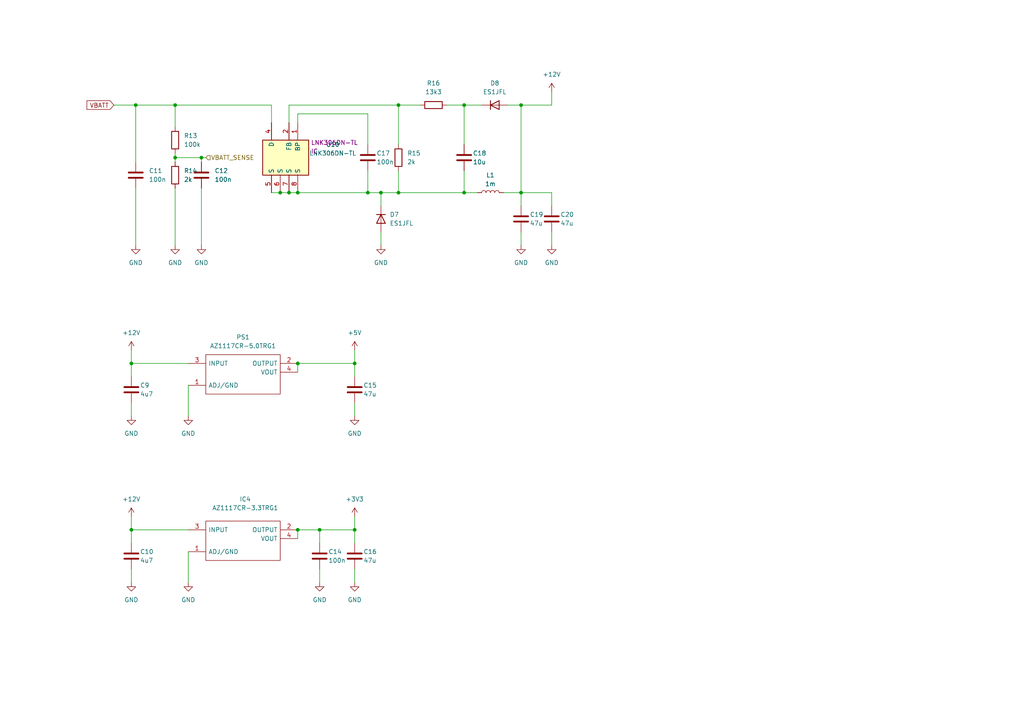
<source format=kicad_sch>
(kicad_sch (version 20211123) (generator eeschema)
  (paper "A4")
  (lib_symbols
    (symbol "Device:C" (pin_numbers hide) (pin_names (offset 0.254))
      (property "Reference" "C" (at 0.635 2.54 0))
      (property "Value" "C" (at 0.635 -2.54 0))
      (symbol "C_0_1"
        (polyline (pts (xy -2.032 -0.762) (xy 2.032 -0.762)) (stroke (width 0.508)))
        (polyline (pts (xy -2.032 0.762) (xy 2.032 0.762)) (stroke (width 0.508)))
      )
      (symbol "C_1_1"
        (pin passive line (at 0 3.81 270) (length 2.794) (name "~") (number "1"))
        (pin passive line (at 0 -3.81 90) (length 2.794) (name "~") (number "2"))
      )
    )
    (symbol "Device:D" (pin_numbers hide) (pin_names (offset 1.016) hide)
      (property "Reference" "D" (at 0 2.54 0))
      (property "Value" "D" (at 0 -2.54 0))
      (symbol "D_0_1"
        (polyline (pts (xy -1.27 1.27) (xy -1.27 -1.27)) (stroke (width 0.254)))
        (polyline (pts (xy 1.27 0) (xy -1.27 0)))
        (polyline (pts (xy 1.27 1.27) (xy 1.27 -1.27) (xy -1.27 0) (xy 1.27 1.27)) (stroke (width 0.254)))
      )
      (symbol "D_1_1"
        (pin passive line (at -3.81 0 0) (length 2.54) (name "K") (number "1"))
        (pin passive line (at 3.81 0 180) (length 2.54) (name "A") (number "2"))
      )
    )
    (symbol "Device:L" (pin_numbers hide) (pin_names (offset 1.016) hide)
      (property "Reference" "L" (at -1.27 0 90))
      (property "Value" "L" (at 1.905 0 90))
      (symbol "L_0_1"
        (arc (start 0 -2.54) (mid 0.635 -1.905) (end 0 -1.27))
        (arc (start 0 -1.27) (mid 0.635 -0.635) (end 0 0))
        (arc (start 0 0) (mid 0.635 0.635) (end 0 1.27))
        (arc (start 0 1.27) (mid 0.635 1.905) (end 0 2.54))
      )
      (symbol "L_1_1"
        (pin passive line (at 0 3.81 270) (length 1.27) (name "1") (number "1"))
        (pin passive line (at 0 -3.81 90) (length 1.27) (name "2") (number "2"))
      )
    )
    (symbol "Device:R" (pin_numbers hide) (pin_names (offset 0))
      (property "Reference" "R" (at 2.032 0 90))
      (property "Value" "R" (at 0 0 90))
      (symbol "R_0_1"
        (rectangle (start -1.016 -2.54) (end 1.016 2.54) (stroke (width 0.254)))
      )
      (symbol "R_1_1"
        (pin passive line (at 0 3.81 270) (length 1.27) (name "~") (number "1"))
        (pin passive line (at 0 -3.81 90) (length 1.27) (name "~") (number "2"))
      )
    )
    (symbol "MAG_LDO_Regulators:AZ1117CR-3.3TRG1" (pin_names (offset 0.762))
      (property "Reference" "IC" (at 29.21 7.62 0))
      (property "Value" "AZ1117CR-3.3TRG1" (at 29.21 5.08 0))
      (symbol "AZ1117CR-3.3TRG1_0_0"
        (pin passive line (at 0 -7.62 0) (length 5.08) (name "ADJ/GND") (number "1"))
        (pin passive line (at 31.75 -1.27 180) (length 5.08) (name "OUTPUT") (number "2"))
        (pin passive line (at 0 -1.27 0) (length 5.08) (name "INPUT") (number "3"))
        (pin passive line (at 31.75 -3.81 180) (length 5.08) (name "VOUT") (number "4"))
      )
      (symbol "AZ1117CR-3.3TRG1_0_1"
        (polyline (pts (xy 5.08 1.27) (xy 26.67 1.27) (xy 26.67 -10.16) (xy 5.08 -10.16) (xy 5.08 1.27)) (stroke (width 0.1524)))
      )
    )
    (symbol "MAG_LDO_Regulators:AZ1117CR-5.0TRG1" (pin_names (offset 0.762))
      (property "Reference" "PS" (at 29.21 7.62 0))
      (property "Value" "AZ1117CR-5.0TRG1" (at 29.21 5.08 0))
      (symbol "AZ1117CR-5.0TRG1_0_0"
        (pin passive line (at 0 -6.35 0) (length 5.08) (name "ADJ/GND") (number "1"))
        (pin passive line (at 31.75 0 180) (length 5.08) (name "OUTPUT") (number "2"))
        (pin passive line (at 0 0 0) (length 5.08) (name "INPUT") (number "3"))
        (pin passive line (at 31.75 -2.54 180) (length 5.08) (name "VOUT") (number "4"))
      )
      (symbol "AZ1117CR-5.0TRG1_0_1"
        (polyline (pts (xy 5.08 2.54) (xy 26.67 2.54) (xy 26.67 -8.89) (xy 5.08 -8.89) (xy 5.08 2.54)) (stroke (width 0.1524)))
      )
    )
    (symbol "MAG_Switching_Regulators:LNK306DN-TL"
      (property "Value" "LNK306DN-TL" (at 30.48 -3.81 0))
      (property "Reference_1" "IC" (at 24.13 -7.62 0))
      (property "Value_1" "LNK306DN-TL" (at 24.13 -5.08 0))
      (symbol "LNK306DN-TL_1_1"
        (rectangle (start 10.16 -5.08) (end 23.495 -15.24) (stroke (width 0.254)) (fill (type background)))
        (pin passive line (at 20.32 0 270) (length 5.08) (name "BP") (number "1"))
        (pin passive line (at 17.78 0 270) (length 5.08) (name "FB") (number "2"))
        (pin passive line (at 15.24 0 270) (length 5.08) hide (name "NO_PIN") (number "3"))
        (pin passive line (at 12.7 0 270) (length 5.08) (name "D") (number "4"))
        (pin passive line (at 12.7 -20.32 90) (length 5.08) (name "S") (number "5"))
        (pin passive line (at 15.24 -20.32 90) (length 5.08) (name "S") (number "6"))
        (pin passive line (at 17.78 -20.32 90) (length 5.08) (name "S") (number "7"))
        (pin passive line (at 20.32 -20.32 90) (length 5.08) (name "S") (number "8"))
      )
    )
    (symbol "power:+12V" (power) (pin_names (offset 0))
      (property "Value" "+12V" (at 0 3.556 0))
      (symbol "+12V_0_1"
        (polyline (pts (xy -0.762 1.27) (xy 0 2.54)))
        (polyline (pts (xy 0 0) (xy 0 2.54)))
        (polyline (pts (xy 0 2.54) (xy 0.762 1.27)))
      )
      (symbol "+12V_1_1"
        (pin power_in line (at 0 0 90) (length 0) hide (name "+12V") (number "1"))
      )
    )
    (symbol "power:+3V3" (power) (pin_names (offset 0))
      (property "Value" "+3V3" (at 0 3.556 0))
      (symbol "+3V3_0_1"
        (polyline (pts (xy -0.762 1.27) (xy 0 2.54)))
        (polyline (pts (xy 0 0) (xy 0 2.54)))
        (polyline (pts (xy 0 2.54) (xy 0.762 1.27)))
      )
      (symbol "+3V3_1_1"
        (pin power_in line (at 0 0 90) (length 0) hide (name "+3V3") (number "1"))
      )
    )
    (symbol "power:+5V" (power) (pin_names (offset 0))
      (property "Value" "+5V" (at 0 3.556 0))
      (symbol "+5V_0_1"
        (polyline (pts (xy -0.762 1.27) (xy 0 2.54)))
        (polyline (pts (xy 0 0) (xy 0 2.54)))
        (polyline (pts (xy 0 2.54) (xy 0.762 1.27)))
      )
      (symbol "+5V_1_1"
        (pin power_in line (at 0 0 90) (length 0) hide (name "+5V") (number "1"))
      )
    )
    (symbol "power:GND" (power) (pin_names (offset 0))
      (property "Value" "GND" (at 0 -3.81 0))
      (symbol "GND_0_1"
        (polyline (pts (xy 0 0) (xy 0 -1.27) (xy 1.27 -1.27) (xy 0 -2.54) (xy -1.27 -1.27) (xy 0 -1.27)))
      )
      (symbol "GND_1_1"
        (pin power_in line (at 0 0 270) (length 0) hide (name "GND") (number "1"))
      )
    )
  )
  (junction (at 92.71 153.67))
  (junction (at 106.68 55.88))
  (junction (at 50.8 30.48))
  (junction (at 151.13 30.48))
  (junction (at 58.42 45.72))
  (junction (at 115.57 55.88))
  (junction (at 39.37 30.48))
  (junction (at 102.87 153.67))
  (junction (at 81.28 55.88))
  (junction (at 38.1 105.41))
  (junction (at 50.8 45.72))
  (junction (at 86.36 55.88))
  (junction (at 86.36 153.67))
  (junction (at 86.36 105.41))
  (junction (at 134.62 55.88))
  (junction (at 83.82 55.88))
  (junction (at 38.1 153.67))
  (junction (at 134.62 30.48))
  (junction (at 115.57 30.48))
  (junction (at 110.49 55.88))
  (junction (at 102.87 105.41))
  (junction (at 151.13 55.88))
  (wire (pts (xy 39.37 54.61) (xy 39.37 71.12)))
  (wire (pts (xy 106.68 55.88) (xy 110.49 55.88)))
  (wire (pts (xy 58.42 46.99) (xy 58.42 45.72)))
  (wire (pts (xy 86.36 105.41) (xy 102.87 105.41)))
  (wire (pts (xy 102.87 153.67) (xy 102.87 157.48)))
  (wire (pts (xy 38.1 116.84) (xy 38.1 120.65)))
  (wire (pts (xy 54.61 160.02) (xy 54.61 168.91)))
  (wire (pts (xy 86.36 153.67) (xy 92.71 153.67)))
  (wire (pts (xy 160.02 67.31) (xy 160.02 71.12)))
  (wire (pts (xy 110.49 55.88) (xy 115.57 55.88)))
  (wire (pts (xy 106.68 49.53) (xy 106.68 55.88)))
  (wire (pts (xy 38.1 149.86) (xy 38.1 153.67)))
  (wire (pts (xy 151.13 30.48) (xy 160.02 30.48)))
  (wire (pts (xy 58.42 45.72) (xy 59.69 45.72)))
  (wire (pts (xy 39.37 30.48) (xy 50.8 30.48)))
  (wire (pts (xy 38.1 153.67) (xy 38.1 157.48)))
  (wire (pts (xy 83.82 30.48) (xy 115.57 30.48)))
  (wire (pts (xy 102.87 116.84) (xy 102.87 120.65)))
  (wire (pts (xy 134.62 49.53) (xy 134.62 55.88)))
  (wire (pts (xy 50.8 54.61) (xy 50.8 71.12)))
  (wire (pts (xy 151.13 30.48) (xy 151.13 55.88)))
  (wire (pts (xy 38.1 105.41) (xy 38.1 109.22)))
  (wire (pts (xy 33.02 30.48) (xy 39.37 30.48)))
  (wire (pts (xy 92.71 153.67) (xy 92.71 157.48)))
  (wire (pts (xy 86.36 105.41) (xy 86.36 107.95)))
  (wire (pts (xy 115.57 49.53) (xy 115.57 55.88)))
  (wire (pts (xy 86.36 153.67) (xy 86.36 156.21)))
  (wire (pts (xy 151.13 55.88) (xy 160.02 55.88)))
  (wire (pts (xy 115.57 30.48) (xy 121.92 30.48)))
  (wire (pts (xy 86.36 55.88) (xy 106.68 55.88)))
  (wire (pts (xy 106.68 33.02) (xy 106.68 41.91)))
  (wire (pts (xy 78.74 55.88) (xy 81.28 55.88)))
  (wire (pts (xy 146.05 55.88) (xy 151.13 55.88)))
  (wire (pts (xy 134.62 30.48) (xy 134.62 41.91)))
  (wire (pts (xy 58.42 54.61) (xy 58.42 71.12)))
  (wire (pts (xy 38.1 101.6) (xy 38.1 105.41)))
  (wire (pts (xy 83.82 55.88) (xy 86.36 55.88)))
  (wire (pts (xy 151.13 67.31) (xy 151.13 71.12)))
  (wire (pts (xy 110.49 59.69) (xy 110.49 55.88)))
  (wire (pts (xy 81.28 55.88) (xy 83.82 55.88)))
  (wire (pts (xy 102.87 105.41) (xy 102.87 109.22)))
  (wire (pts (xy 86.36 33.02) (xy 106.68 33.02)))
  (wire (pts (xy 102.87 165.1) (xy 102.87 168.91)))
  (wire (pts (xy 92.71 165.1) (xy 92.71 168.91)))
  (wire (pts (xy 38.1 153.67) (xy 54.61 153.67)))
  (wire (pts (xy 134.62 55.88) (xy 138.43 55.88)))
  (wire (pts (xy 115.57 30.48) (xy 115.57 41.91)))
  (wire (pts (xy 110.49 67.31) (xy 110.49 71.12)))
  (wire (pts (xy 151.13 59.69) (xy 151.13 55.88)))
  (wire (pts (xy 160.02 59.69) (xy 160.02 55.88)))
  (wire (pts (xy 58.42 45.72) (xy 50.8 45.72)))
  (wire (pts (xy 129.54 30.48) (xy 134.62 30.48)))
  (wire (pts (xy 38.1 105.41) (xy 54.61 105.41)))
  (wire (pts (xy 50.8 45.72) (xy 50.8 46.99)))
  (wire (pts (xy 134.62 30.48) (xy 139.7 30.48)))
  (wire (pts (xy 38.1 165.1) (xy 38.1 168.91)))
  (wire (pts (xy 83.82 35.56) (xy 83.82 30.48)))
  (wire (pts (xy 147.32 30.48) (xy 151.13 30.48)))
  (wire (pts (xy 102.87 101.6) (xy 102.87 105.41)))
  (wire (pts (xy 50.8 30.48) (xy 78.74 30.48)))
  (wire (pts (xy 102.87 149.86) (xy 102.87 153.67)))
  (wire (pts (xy 39.37 30.48) (xy 39.37 46.99)))
  (wire (pts (xy 86.36 35.56) (xy 86.36 33.02)))
  (wire (pts (xy 54.61 111.76) (xy 54.61 120.65)))
  (wire (pts (xy 50.8 36.83) (xy 50.8 30.48)))
  (wire (pts (xy 78.74 35.56) (xy 78.74 30.48)))
  (wire (pts (xy 92.71 153.67) (xy 102.87 153.67)))
  (wire (pts (xy 115.57 55.88) (xy 134.62 55.88)))
  (wire (pts (xy 160.02 26.67) (xy 160.02 30.48)))
  (wire (pts (xy 50.8 44.45) (xy 50.8 45.72)))
  (global_label "VBATT" (shape input) (at 33.02 30.48 180) (property "Intersheet References" "${INTERSHEET_REFS}" (effects hide)))
  (hierarchical_label "VBATT_SENSE" (shape input) (at 59.69 45.72 0))
  (symbol (lib_id "Device:C") (at 58.42 50.8 0) (unit 1)
    (property "Reference" "C12" (at 62.23 49.5299 0) (effects (justify left)))
    (property "Value" "100n" (at 62.23 52.0699 0) (effects (justify left)))
    (property "Footprint" "Capacitor_SMD:C_0603_1608Metric" (effects hide))
  )
  (symbol (lib_id "Device:R") (at 115.57 45.72 0) (unit 1)
    (property "Reference" "R15" (at 118.11 44.4499 0) (effects (justify left)))
    (property "Value" "2k" (at 118.11 46.9899 0) (effects (justify left)))
    (property "Footprint" "Resistor_SMD:R_0603_1608Metric" (effects hide))
  )
  (symbol (lib_id "power:GND") (at 102.87 120.65 0) (unit 1)
    (property "Reference" "#PWR0135" (effects hide))
    (property "Value" "GND" (at 102.87 125.73 0))
  )
  (symbol (lib_id "power:+12V") (at 38.1 101.6 0) (unit 1)
    (property "Reference" "#PWR0140" (effects hide))
    (property "Value" "+12V" (at 38.1 96.52 0))
  )
  (symbol (lib_id "Device:D") (at 143.51 30.48 0) (unit 1)
    (property "Reference" "D8" (at 143.51 24.13 0))
    (property "Value" "ES1JFL" (at 143.51 26.67 0))
    (property "Footprint" "Diode_SMD:D_SOD-123F" (effects hide))
  )
  (symbol (lib_id "power:GND") (at 58.42 71.12 0) (unit 1)
    (property "Reference" "#PWR0137" (effects hide))
    (property "Value" "GND" (at 58.42 76.2 0))
  )
  (symbol (lib_id "power:GND") (at 110.49 71.12 0) (unit 1)
    (property "Reference" "#PWR0123" (effects hide))
    (property "Value" "GND" (at 110.49 76.2 0))
  )
  (symbol (lib_id "Device:C") (at 92.71 161.29 0) (unit 1)
    (property "Reference" "C14" (at 95.25 160.02 0) (effects (justify left)))
    (property "Value" "100n" (at 95.25 162.56 0) (effects (justify left)))
    (property "Footprint" "Capacitor_SMD:C_0603_1608Metric" (effects hide))
  )
  (symbol (lib_id "power:+3V3") (at 102.87 149.86 0) (unit 1)
    (property "Reference" "#PWR0126" (effects hide))
    (property "Value" "+3V3" (at 102.87 144.78 0))
  )
  (symbol (lib_id "Device:R") (at 125.73 30.48 90) (unit 1)
    (property "Reference" "R16" (at 125.73 24.13 90))
    (property "Value" "13k3" (at 125.73 26.67 90))
    (property "Footprint" "Resistor_SMD:R_0603_1608Metric" (effects hide))
  )
  (symbol (lib_id "power:GND") (at 160.02 71.12 0) (unit 1)
    (property "Reference" "#PWR0124" (effects hide))
    (property "Value" "GND" (at 160.02 76.2 0))
  )
  (symbol (lib_id "power:GND") (at 38.1 120.65 0) (unit 1)
    (property "Reference" "#PWR0127" (effects hide))
    (property "Value" "GND" (at 38.1 125.73 0))
  )
  (symbol (lib_id "MAG_LDO_Regulators:AZ1117CR-3.3TRG1") (at 54.61 152.4 0) (unit 1)
    (property "Reference" "IC4" (at 71.12 144.78 0))
    (property "Value" "AZ1117CR-3.3TRG1" (at 71.12 147.32 0))
    (property "Footprint" "AZ1117CR33TRG1" (effects hide))
    (property "Datasheet" "https://www.diodes.com/assets/Datasheets/AZ1117C.pdf" (effects hide))
    (property "Description" "DiodesZetex AZ1117CR-3.3TRG1, LDO Regulator, 800mA, 3.3 V, +/-1%, maximum of 15 Vin 3-Pin, SOT-89" (effects hide))
    (property "Height" "2" (effects hide))
    (property "Mouser Part Number" "621-AZ1117CR-3.3TRG1" (effects hide))
    (property "Mouser Price/Stock" "https://www.mouser.co.uk/ProductDetail/Diodes-Incorporated/AZ1117CR-3.3TRG1?qs=FKu9oBikfSlEg7waHw2tMw%3D%3D" (effects hide))
    (property "Manufacturer_Name" "Diodes Inc." (effects hide))
    (property "Manufacturer_Part_Number" "AZ1117CR-3.3TRG1" (effects hide))
  )
  (symbol (lib_id "Device:C") (at 151.13 63.5 0) (unit 1)
    (property "Reference" "C19" (at 153.67 62.23 0) (effects (justify left)))
    (property "Value" "47u" (at 153.67 64.77 0) (effects (justify left)))
    (property "Footprint" "Capacitor_SMD:C_1210_3225Metric" (effects hide))
  )
  (symbol (lib_id "power:GND") (at 54.61 120.65 0) (unit 1)
    (property "Reference" "#PWR0128" (effects hide))
    (property "Value" "GND" (at 54.61 125.73 0))
  )
  (symbol (lib_id "Device:C") (at 134.62 45.72 0) (unit 1)
    (property "Reference" "C18" (at 137.16 44.45 0) (effects (justify left)))
    (property "Value" "10u" (at 137.16 46.99 0) (effects (justify left)))
    (property "Footprint" "Capacitor_SMD:C_0603_1608Metric" (effects hide))
  )
  (symbol (lib_id "power:GND") (at 50.8 71.12 0) (unit 1)
    (property "Reference" "#PWR0139" (effects hide))
    (property "Value" "GND" (at 50.8 76.2 0))
  )
  (symbol (lib_id "power:GND") (at 92.71 168.91 0) (unit 1)
    (property "Reference" "#PWR0129" (effects hide))
    (property "Value" "GND" (at 92.71 173.99 0))
  )
  (symbol (lib_id "Device:C") (at 38.1 161.29 0) (unit 1)
    (property "Reference" "C10" (at 40.64 160.02 0) (effects (justify left)))
    (property "Value" "4u7" (at 40.64 162.56 0) (effects (justify left)))
    (property "Footprint" "Capacitor_SMD:C_0603_1608Metric" (effects hide))
  )
  (symbol (lib_id "Device:C") (at 160.02 63.5 0) (unit 1)
    (property "Reference" "C20" (at 162.56 62.23 0) (effects (justify left)))
    (property "Value" "47u" (at 162.56 64.77 0) (effects (justify left)))
    (property "Footprint" "Capacitor_SMD:C_1210_3225Metric" (effects hide))
  )
  (symbol (lib_id "power:GND") (at 102.87 168.91 0) (unit 1)
    (property "Reference" "#PWR0130" (effects hide))
    (property "Value" "GND" (at 102.87 173.99 0))
  )
  (symbol (lib_id "power:GND") (at 54.61 168.91 0) (unit 1)
    (property "Reference" "#PWR0132" (effects hide))
    (property "Value" "GND" (at 54.61 173.99 0))
  )
  (symbol (lib_id "power:GND") (at 38.1 168.91 0) (unit 1)
    (property "Reference" "#PWR0133" (effects hide))
    (property "Value" "GND" (at 38.1 173.99 0))
  )
  (symbol (lib_id "Device:C") (at 102.87 113.03 0) (unit 1)
    (property "Reference" "C15" (at 105.41 111.76 0) (effects (justify left)))
    (property "Value" "47u" (at 105.41 114.3 0) (effects (justify left)))
    (property "Footprint" "Capacitor_SMD:C_1210_3225Metric" (effects hide))
  )
  (symbol (lib_id "power:GND") (at 39.37 71.12 0) (unit 1)
    (property "Reference" "#PWR0138" (effects hide))
    (property "Value" "GND" (at 39.37 76.2 0))
  )
  (symbol (lib_id "Device:R") (at 50.8 50.8 0) (unit 1)
    (property "Reference" "R14" (at 53.34 49.5299 0) (effects (justify left)))
    (property "Value" "2k" (at 53.34 52.0699 0) (effects (justify left)))
    (property "Footprint" "Resistor_SMD:R_0603_1608Metric" (effects hide))
  )
  (symbol (lib_id "MAG_LDO_Regulators:AZ1117CR-5.0TRG1") (at 54.61 105.41 0) (unit 1)
    (property "Reference" "PS1" (at 70.485 97.79 0))
    (property "Value" "AZ1117CR-5.0TRG1" (at 70.485 100.33 0))
    (property "Footprint" "MAG_LDO_Regulators:AZ1117CR33TRG1" (effects hide))
    (property "Datasheet" "https://www.diodes.com/assets/Datasheets/AZ1117C.pdf" (effects hide))
    (property "Description" "LDO Voltage Regulators LDO BJT HiCurr SOT89 0.8A 1.4V 70dB" (effects hide))
    (property "Height" "1.6" (effects hide))
    (property "Mouser Part Number" "621-AZ1117CR-5.0TRG1" (effects hide))
    (property "Mouser Price/Stock" "https://www.mouser.co.uk/ProductDetail/Diodes-Incorporated/AZ1117CR-5.0TRG1?qs=M%2FOdCRO8QQ2bqEaJpEt4Iw%3D%3D" (effects hide))
    (property "Manufacturer_Name" "Diodes Inc." (effects hide))
    (property "Manufacturer_Part_Number" "AZ1117CR-5.0TRG1" (effects hide))
  )
  (symbol (lib_id "MAG_Switching_Regulators:LNK306DN-TL") (at 66.04 35.56 0) (unit 1)
    (property "Reference" "U10" (at 96.52 41.91 0))
    (property "Value" "LNK306DN-TL" (at 96.52 44.45 0))
    (property "Footprint" "MAG_Switching_Regulators:SOIC127P600X175-8N" (effects hide))
    (property "Reference_1" "IC" (at 90.17 43.18 0) (effects (justify left top)))
    (property "Value_1" "LNK306DN-TL" (at 90.17 40.64 0) (effects (justify left top)))
    (property "Footprint_1" "SOIC127P600X175-8N" (effects hide))
    (property "Datasheet_1" "https://www.power.com/sites/default/files/product-docs/lnk302_304-306.pdf" (effects hide))
    (property "Height" "1.75" (effects hide))
    (property "Mouser Part Number" "869-LNK306DN-TL" (effects hide))
    (property "Mouser Price/Stock" "https://www.mouser.co.uk/ProductDetail/Power-Integrations/LNK306DN-TL?qs=DXEyBVngLFVl%2FifjZaqcDw%3D%3D" (effects hide))
    (property "Manufacturer_Name" "Power Integrations" (effects hide))
    (property "Manufacturer_Part_Number" "LNK306DN-TL" (effects hide))
  )
  (symbol (lib_id "power:+12V") (at 38.1 149.86 0) (unit 1)
    (property "Reference" "#PWR0131" (effects hide))
    (property "Value" "+12V" (at 38.1 144.78 0))
  )
  (symbol (lib_id "Device:L") (at 142.24 55.88 90) (unit 1)
    (property "Reference" "L1" (at 142.24 50.8 90))
    (property "Value" "1m" (at 142.24 53.34 90))
    (property "Footprint" "Inductor_SMD:L_7.3x7.3_H4.5" (effects hide))
  )
  (symbol (lib_id "power:GND") (at 151.13 71.12 0) (unit 1)
    (property "Reference" "#PWR0125" (effects hide))
    (property "Value" "GND" (at 151.13 76.2 0))
  )
  (symbol (lib_id "Device:C") (at 106.68 45.72 0) (unit 1)
    (property "Reference" "C17" (at 109.22 44.45 0) (effects (justify left)))
    (property "Value" "100n" (at 109.22 46.99 0) (effects (justify left)))
    (property "Footprint" "Capacitor_SMD:C_0603_1608Metric" (effects hide))
  )
  (symbol (lib_id "power:+5V") (at 102.87 101.6 0) (unit 1)
    (property "Reference" "#PWR0136" (effects hide))
    (property "Value" "+5V" (at 102.87 96.52 0))
  )
  (symbol (lib_id "power:+12V") (at 160.02 26.67 0) (unit 1)
    (property "Reference" "#PWR0122" (effects hide))
    (property "Value" "+12V" (at 160.02 21.59 0))
  )
  (symbol (lib_id "Device:C") (at 102.87 161.29 0) (unit 1)
    (property "Reference" "C16" (at 105.41 160.02 0) (effects (justify left)))
    (property "Value" "47u" (at 105.41 162.56 0) (effects (justify left)))
    (property "Footprint" "Capacitor_SMD:C_1210_3225Metric" (effects hide))
  )
  (symbol (lib_id "Device:C") (at 38.1 113.03 0) (unit 1)
    (property "Reference" "C9" (at 40.64 111.76 0) (effects (justify left)))
    (property "Value" "4u7" (at 40.64 114.3 0) (effects (justify left)))
    (property "Footprint" "Capacitor_SMD:C_0603_1608Metric" (effects hide))
  )
  (symbol (lib_id "Device:D") (at 110.49 63.5 270) (unit 1)
    (property "Reference" "D7" (at 113.03 62.2299 90) (effects (justify left)))
    (property "Value" "ES1JFL" (at 113.03 64.7699 90) (effects (justify left)))
    (property "Footprint" "Diode_SMD:D_SOD-123F" (effects hide))
  )
  (symbol (lib_id "Device:R") (at 50.8 40.64 0) (unit 1)
    (property "Reference" "R13" (at 53.34 39.3699 0) (effects (justify left)))
    (property "Value" "100k" (at 53.34 41.9099 0) (effects (justify left)))
    (property "Footprint" "Resistor_SMD:R_0805_2012Metric" (effects hide))
  )
  (symbol (lib_id "Device:C") (at 39.37 50.8 0) (unit 1)
    (property "Reference" "C11" (at 43.18 49.5299 0) (effects (justify left)))
    (property "Value" "100n" (at 43.18 52.0699 0) (effects (justify left)))
    (property "Footprint" "Capacitor_SMD:C_0805_2012Metric" (effects hide))
  )
)
</source>
